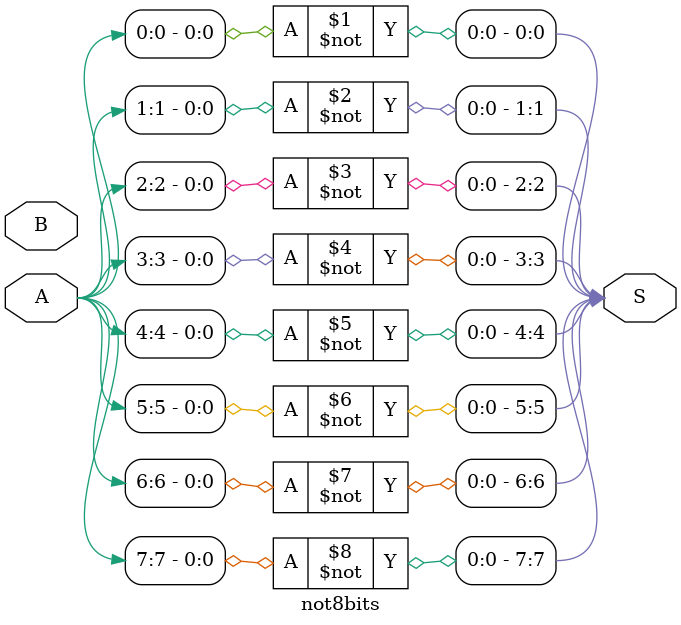
<source format=v>
module not8bits (S, A, B);

	output [7:0] S;
	input  [7:0] A;
	input  [7:0] B;

	// Instanciando uma porta OR para cada bit
	not Not0 (S[0], A[0]);
	not Not1 (S[1], A[1]);
	not Not2 (S[2], A[2]);
	not Not3 (S[3], A[3]);
	not Not4 (S[4], A[4]);
	not Not5 (S[5], A[5]);
	not Not6 (S[6], A[6]);
	not Not7 (S[7], A[7]);

endmodule
</source>
